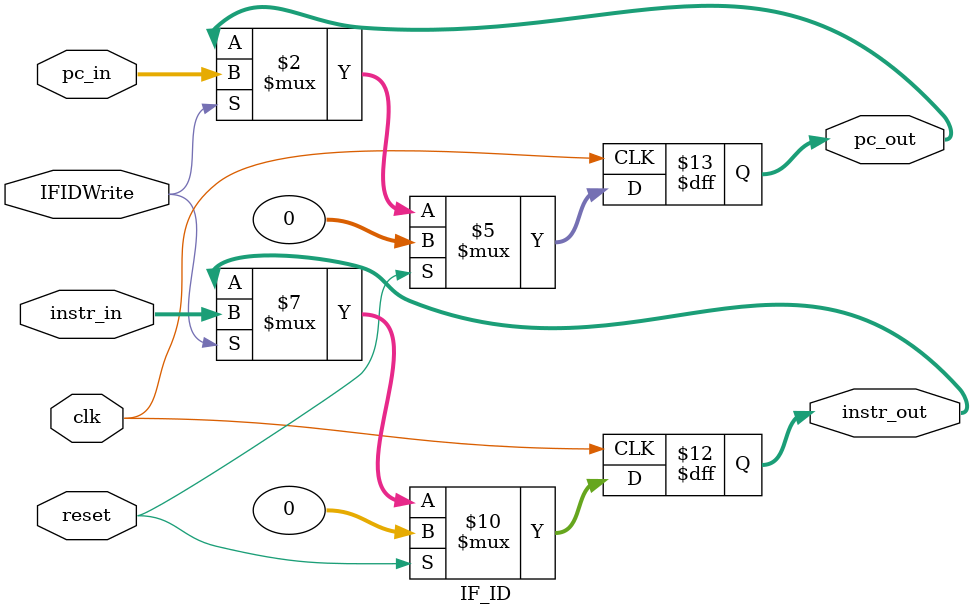
<source format=v>
`timescale 1ns / 1ns

module IF_ID(
        input clk, reset, IFIDWrite,
        input [31:0] instr_in, pc_in,
        output reg [31:0] instr_out, pc_out);
    always @(posedge clk) begin
        if (reset) begin
            instr_out <= 0;
            pc_out <= 0;
        end else if (IFIDWrite) begin
            instr_out <= instr_in;
            pc_out <= pc_in;
        end
    end
endmodule

</source>
